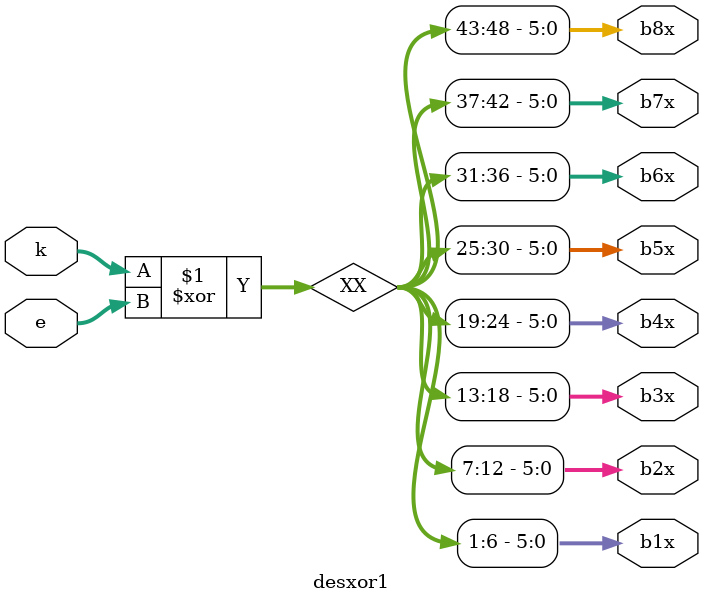
<source format=v>
module desxor1(e,b1x,b2x,b3x,b4x,b5x,b6x,b7x,b8x,k);
input 	[1:48] e;
output 	[1:6] b1x,b2x,b3x,b4x,b5x,b6x,b7x,b8x;
input 	[1:48] k;
wire 	[1:48] XX;
assign         XX = k ^ e;
assign        b1x = XX[1:6];
assign        b2x = XX[7:12];
assign        b3x = XX[13:18];
assign        b4x = XX[19:24];
assign        b5x = XX[25:30];
assign        b6x = XX[31:36];
assign        b7x = XX[37:42];
assign        b8x = XX[43:48];
endmodule
</source>
